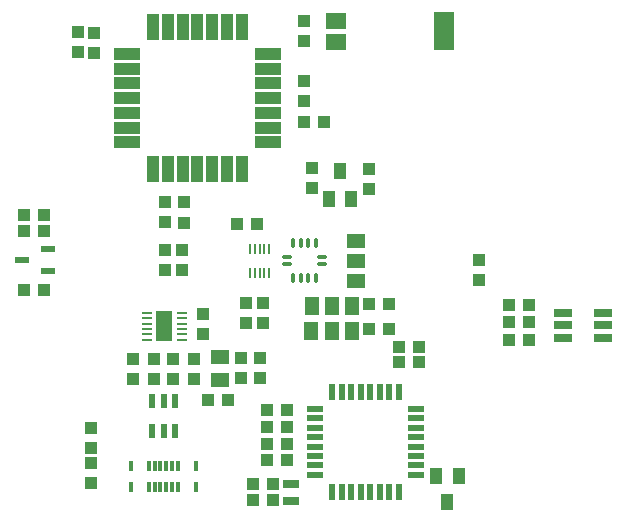
<source format=gbr>
G04 EAGLE Gerber RS-274X export*
G75*
%MOMM*%
%FSLAX34Y34*%
%LPD*%
%INSolderpaste Top*%
%IPPOS*%
%AMOC8*
5,1,8,0,0,1.08239X$1,22.5*%
G01*
%ADD10R,2.300000X1.000000*%
%ADD11R,1.000000X2.300000*%
%ADD12R,0.600000X1.475000*%
%ADD13R,1.475000X0.600000*%
%ADD14R,0.225000X0.850000*%
%ADD15C,0.350000*%
%ADD16R,1.700000X1.450000*%
%ADD17R,1.700000X3.200000*%
%ADD18R,1.100000X1.000000*%
%ADD19R,1.000000X1.100000*%
%ADD20R,1.000000X1.400000*%
%ADD21R,1.300000X1.500000*%
%ADD22R,1.500000X1.300000*%
%ADD23R,1.150000X0.600000*%
%ADD24R,1.400000X0.750000*%
%ADD25R,0.850000X0.250000*%
%ADD26R,1.400000X2.500000*%
%ADD27R,1.600000X1.300000*%
%ADD28R,0.300000X0.870000*%
%ADD29R,1.600000X0.700000*%
%ADD30R,0.600000X1.200000*%


D10*
X187620Y391210D03*
X187620Y378710D03*
X187620Y366210D03*
X187620Y353710D03*
X187620Y341210D03*
X187620Y328710D03*
X187620Y316210D03*
D11*
X210120Y293710D03*
X222620Y293710D03*
X235120Y293710D03*
X247620Y293710D03*
X260120Y293710D03*
X272620Y293710D03*
X285120Y293710D03*
D10*
X307620Y316210D03*
X307620Y328710D03*
X307620Y341210D03*
X307620Y353710D03*
X307620Y366210D03*
X307620Y378710D03*
X307620Y391210D03*
D11*
X285120Y413710D03*
X272620Y413710D03*
X260120Y413710D03*
X247620Y413710D03*
X235120Y413710D03*
X222620Y413710D03*
X210120Y413710D03*
D12*
X361914Y20402D03*
X369914Y20402D03*
X377914Y20402D03*
X385914Y20402D03*
X393914Y20402D03*
X401914Y20402D03*
X409914Y20402D03*
X417914Y20402D03*
D13*
X432294Y34782D03*
X432294Y42782D03*
X432294Y50782D03*
X432294Y58782D03*
X432294Y66782D03*
X432294Y74782D03*
X432294Y82782D03*
X432294Y90782D03*
D12*
X417914Y105162D03*
X409914Y105162D03*
X401914Y105162D03*
X393914Y105162D03*
X385914Y105162D03*
X377914Y105162D03*
X369914Y105162D03*
X361914Y105162D03*
D13*
X347534Y90782D03*
X347534Y82782D03*
X347534Y74782D03*
X347534Y66782D03*
X347534Y58782D03*
X347534Y50782D03*
X347534Y42782D03*
X347534Y34782D03*
D14*
X308230Y225590D03*
X304230Y225590D03*
X300230Y225590D03*
X296230Y225590D03*
X292230Y225590D03*
X292230Y206090D03*
X296230Y206090D03*
X300230Y206090D03*
X304230Y206090D03*
X308230Y206090D03*
D15*
X348080Y228530D02*
X348080Y233530D01*
X341580Y233530D02*
X341580Y228530D01*
X335080Y228530D02*
X335080Y233530D01*
X328580Y233530D02*
X328580Y228530D01*
X326080Y219530D02*
X321080Y219530D01*
X321080Y213030D02*
X326080Y213030D01*
X328580Y204030D02*
X328580Y199030D01*
X335080Y199030D02*
X335080Y204030D01*
X341580Y204030D02*
X341580Y199030D01*
X348080Y199030D02*
X348080Y204030D01*
X350580Y213030D02*
X355580Y213030D01*
X355580Y219530D02*
X350580Y219530D01*
D16*
X364950Y401410D03*
X364950Y418910D03*
D17*
X455950Y410160D03*
D18*
X337970Y351090D03*
X337970Y368090D03*
X338100Y333840D03*
X355100Y333840D03*
D19*
X337500Y401850D03*
X337500Y418850D03*
X146250Y392410D03*
X146250Y409410D03*
X159820Y392290D03*
X159820Y409290D03*
D20*
X368500Y291950D03*
X378000Y267950D03*
X359000Y267950D03*
D18*
X236430Y265420D03*
X236430Y248420D03*
X219840Y265600D03*
X219840Y248600D03*
D21*
X344180Y177780D03*
X361180Y177780D03*
X378180Y177780D03*
X344100Y156290D03*
X361100Y156290D03*
X378100Y156290D03*
D22*
X381930Y198660D03*
X381930Y215660D03*
X381930Y232660D03*
D18*
X288970Y180300D03*
X288970Y163300D03*
X302970Y180240D03*
X302970Y163240D03*
D19*
X281330Y247160D03*
X298330Y247160D03*
X220000Y225560D03*
X220000Y208560D03*
X234900Y225420D03*
X234900Y208420D03*
D23*
X120830Y207230D03*
X120830Y226230D03*
X98830Y216730D03*
D19*
X100570Y191560D03*
X117570Y191560D03*
D18*
X117580Y254870D03*
X100580Y254870D03*
X117620Y241120D03*
X100620Y241120D03*
X311540Y13550D03*
X294540Y13550D03*
X311620Y27240D03*
X294620Y27240D03*
D24*
X326750Y12870D03*
X326750Y27370D03*
D20*
X459200Y11560D03*
X449700Y33560D03*
X468700Y33560D03*
D25*
X234170Y149280D03*
X234170Y153780D03*
X234170Y158280D03*
X234170Y162780D03*
X234170Y167280D03*
X234170Y171780D03*
X205170Y171780D03*
X205170Y167280D03*
X205170Y162780D03*
X205170Y158280D03*
X205170Y153780D03*
X205170Y149280D03*
D26*
X219670Y160530D03*
D18*
X210630Y115930D03*
X210630Y132930D03*
X226720Y115960D03*
X226720Y132960D03*
D19*
X192690Y116040D03*
X192690Y133040D03*
X244850Y116290D03*
X244850Y133290D03*
X306500Y47420D03*
X323500Y47420D03*
X306200Y61190D03*
X323200Y61190D03*
X306130Y75490D03*
X323130Y75490D03*
X306110Y89500D03*
X323110Y89500D03*
X251950Y154240D03*
X251950Y171240D03*
D18*
X256140Y97740D03*
X273140Y97740D03*
D27*
X266770Y114680D03*
X266770Y134680D03*
D19*
X284690Y134010D03*
X284690Y117010D03*
X300920Y133900D03*
X300920Y116900D03*
D28*
X246240Y24880D03*
X231240Y24880D03*
X226240Y24880D03*
X221240Y24880D03*
X216240Y24880D03*
X211240Y24880D03*
X206240Y24880D03*
X191240Y24880D03*
X191240Y42180D03*
X206240Y42180D03*
X211240Y42180D03*
X216240Y42180D03*
X221240Y42180D03*
X226240Y42180D03*
X231240Y42180D03*
X246240Y42180D03*
D18*
X157370Y57420D03*
X157370Y74420D03*
X157600Y45180D03*
X157600Y28180D03*
D29*
X590940Y150870D03*
X590940Y161370D03*
X590940Y171870D03*
X556940Y171870D03*
X556940Y161370D03*
X556940Y150870D03*
D19*
X528130Y148850D03*
X511130Y148850D03*
X528210Y163870D03*
X511210Y163870D03*
X528210Y178930D03*
X511210Y178930D03*
D30*
X209380Y71920D03*
X218880Y71920D03*
X228380Y71920D03*
X228380Y96920D03*
X218880Y96920D03*
X209380Y96920D03*
D18*
X418410Y130100D03*
X435410Y130100D03*
X418300Y143040D03*
X435300Y143040D03*
D19*
X486000Y217100D03*
X486000Y200100D03*
X392900Y179400D03*
X409900Y179400D03*
X392900Y158300D03*
X409900Y158300D03*
X344400Y294400D03*
X344400Y277400D03*
D18*
X392600Y294100D03*
X392600Y277100D03*
M02*

</source>
